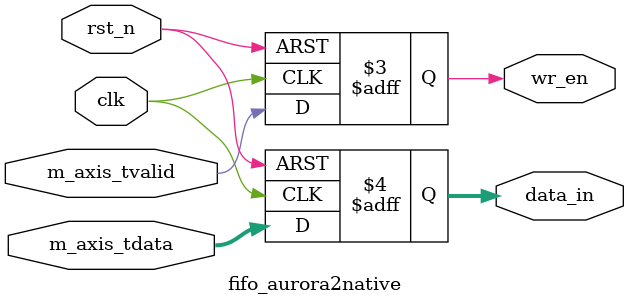
<source format=v>
module fifo_aurora2native
#(
    parameter DATA_WIDTH = 256
)(
    input wire clk,
    input wire rst_n,
    // Stream interface
    input m_axis_tvalid,
    input [DATA_WIDTH - 1:0] m_axis_tdata,
    // FIFO interface
    output reg wr_en,
    output reg [DATA_WIDTH - 1:0] data_in
);
always @(posedge clk or negedge rst_n) begin
    if (!rst_n) begin
        wr_en <= 1'b0;
        data_in <= {DATA_WIDTH{1'b0}};
    end else begin
        wr_en <= m_axis_tvalid;
        data_in <= m_axis_tdata;
    end
end
endmodule
</source>
